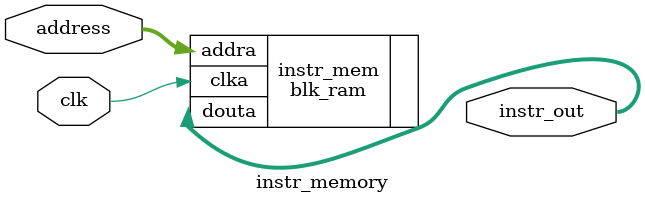
<source format=v>
`timescale 1ns / 1ps
module instr_memory(
		clk,
		address,
		instr_out
    );
	 
input clk;
input [4 : 0] address;
output [31 : 0] instr_out;

blk_ram instr_mem(
		.clka(clk),
		.addra(address),
		.douta(instr_out)
	);
	//clka,
  //wea,
  //addra,
  //dina,
  //douta



endmodule

</source>
